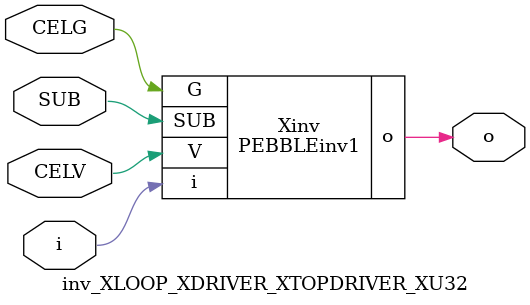
<source format=v>



module PEBBLEinv1 ( o, G, SUB, V, i );

  input V;
  input i;
  input G;
  output o;
  input SUB;
endmodule

//Celera Confidential Do Not Copy inv_XLOOP_XDRIVER_XTOPDRIVER_XU32
//Celera Confidential Symbol Generator
//5V Inverter
module inv_XLOOP_XDRIVER_XTOPDRIVER_XU32 (CELV,CELG,i,o,SUB);
input CELV;
input CELG;
input i;
input SUB;
output o;

//Celera Confidential Do Not Copy inv
PEBBLEinv1 Xinv(
.V (CELV),
.i (i),
.o (o),
.SUB (SUB),
.G (CELG)
);
//,diesize,PEBBLEinv1

//Celera Confidential Do Not Copy Module End
//Celera Schematic Generator
endmodule

</source>
